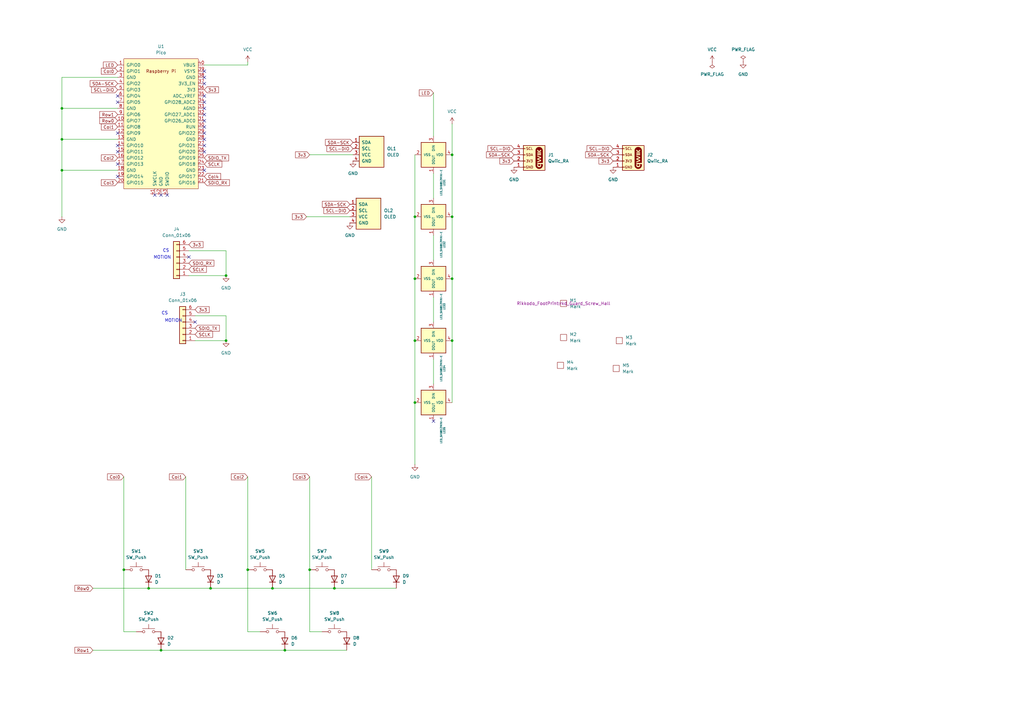
<source format=kicad_sch>
(kicad_sch (version 20250114) (generator "eeschema") (generator_version "9.0")
  (paper "A3")
  (lib_symbols
    (symbol "BrownSugar_KBD:Mark" (pin_numbers (hide yes)) (pin_names (offset 0) (hide yes))
      (property "Reference" "M" (at 0 3.81 0))
      (property "Value" "Mark" (at 0 2.54 0))
      (symbol "Mark_0_1"
        (rectangle (start -1.27 1.27) (end 1.27 -1.27))
      )
    )
    (symbol "BrownSugar_KBD:OLED" (pin_names (offset 1.016))
      (property "Reference" "OL" (at 0 7.62 0))
      (property "Value" "OLED" (at 0 -7.62 0))
      (symbol "OLED_0_1"
        (rectangle (start -5.08 6.35) (end 5.08 -6.35) (stroke (width 0.254)) (fill (type background)))
      )
      (symbol "OLED_1_1"
        (pin bidirectional line (at -7.62 3.81 0) (length 2.54) (name "SDA") (number "1"))
        (pin bidirectional line (at -7.62 1.27 0) (length 2.54) (name "SCL") (number "2"))
        (pin power_in line (at -7.62 -1.27 0) (length 2.54) (name "VCC") (number "3"))
        (pin power_in line (at -7.62 -3.81 0) (length 2.54) (name "GND") (number "4"))
      )
    )
    (symbol "Connector_Generic:Conn_01x06" (pin_names (offset 1.016) (hide yes))
      (property "Reference" "J" (at 0 7.62 0))
      (property "Value" "Conn_01x06" (at 0 -10.16 0))
      (symbol "Conn_01x06_1_1"
        (rectangle (start -1.27 6.35) (end 1.27 -8.89) (stroke (width 0.254)) (fill (type background)))
        (rectangle (start -1.27 5.207) (end 0 4.953) (stroke (width 0.1524)))
        (rectangle (start -1.27 2.667) (end 0 2.413) (stroke (width 0.1524)))
        (rectangle (start -1.27 0.127) (end 0 -0.127) (stroke (width 0.1524)))
        (rectangle (start -1.27 -2.413) (end 0 -2.667) (stroke (width 0.1524)))
        (rectangle (start -1.27 -4.953) (end 0 -5.207) (stroke (width 0.1524)))
        (rectangle (start -1.27 -7.493) (end 0 -7.747) (stroke (width 0.1524)))
        (pin passive line (at -5.08 5.08 0) (length 3.81) (name "Pin_1") (number "1"))
        (pin passive line (at -5.08 2.54 0) (length 3.81) (name "Pin_2") (number "2"))
        (pin passive line (at -5.08 0 0) (length 3.81) (name "Pin_3") (number "3"))
        (pin passive line (at -5.08 -2.54 0) (length 3.81) (name "Pin_4") (number "4"))
        (pin passive line (at -5.08 -5.08 0) (length 3.81) (name "Pin_5") (number "5"))
        (pin passive line (at -5.08 -7.62 0) (length 3.81) (name "Pin_6") (number "6"))
      )
    )
    (symbol "Device:D" (pin_numbers (hide yes)) (pin_names (offset 1.016) (hide yes))
      (property "Reference" "D" (at 0 2.54 0))
      (property "Value" "D" (at 0 -2.54 0))
      (symbol "D_0_1"
        (polyline (pts (xy -1.27 1.27) (xy -1.27 -1.27)) (stroke (width 0.254)))
        (polyline (pts (xy 1.27 1.27) (xy 1.27 -1.27) (xy -1.27 0) (xy 1.27 1.27)) (stroke (width 0.254)))
        (polyline (pts (xy 1.27 0) (xy -1.27 0)))
      )
      (symbol "D_1_1"
        (pin passive line (at -3.81 0 0) (length 2.54) (name "K") (number "1"))
        (pin passive line (at 3.81 0 180) (length 2.54) (name "A") (number "2"))
      )
    )
    (symbol "RPi_Pico:Pico" (pin_names (offset 1.016))
      (property "Reference" "U" (at -13.97 27.94 0))
      (property "Value" "Pico" (at 0 19.05 0))
      (symbol "Pico_0_0"
        (text "Raspberry Pi" (at 0 21.59 0) (effects (font (size 1.27 1.27))))
      )
      (symbol "Pico_0_1"
        (rectangle (start -15.24 26.67) (end 15.24 -26.67) (fill (type background)))
      )
      (symbol "Pico_1_1"
        (pin bidirectional line (at -17.78 24.13 0) (length 2.54) (name "GPIO0") (number "1"))
        (pin bidirectional line (at -17.78 21.59 0) (length 2.54) (name "GPIO1") (number "2"))
        (pin power_in line (at -17.78 19.05 0) (length 2.54) (name "GND") (number "3"))
        (pin bidirectional line (at -17.78 16.51 0) (length 2.54) (name "GPIO2") (number "4"))
        (pin bidirectional line (at -17.78 13.97 0) (length 2.54) (name "GPIO3") (number "5"))
        (pin bidirectional line (at -17.78 11.43 0) (length 2.54) (name "GPIO4") (number "6"))
        (pin bidirectional line (at -17.78 8.89 0) (length 2.54) (name "GPIO5") (number "7"))
        (pin power_in line (at -17.78 6.35 0) (length 2.54) (name "GND") (number "8"))
        (pin bidirectional line (at -17.78 3.81 0) (length 2.54) (name "GPIO6") (number "9"))
        (pin bidirectional line (at -17.78 1.27 0) (length 2.54) (name "GPIO7") (number "10"))
        (pin bidirectional line (at -17.78 -1.27 0) (length 2.54) (name "GPIO8") (number "11"))
        (pin bidirectional line (at -17.78 -3.81 0) (length 2.54) (name "GPIO9") (number "12"))
        (pin power_in line (at -17.78 -6.35 0) (length 2.54) (name "GND") (number "13"))
        (pin bidirectional line (at -17.78 -8.89 0) (length 2.54) (name "GPIO10") (number "14"))
        (pin bidirectional line (at -17.78 -11.43 0) (length 2.54) (name "GPIO11") (number "15"))
        (pin bidirectional line (at -17.78 -13.97 0) (length 2.54) (name "GPIO12") (number "16"))
        (pin bidirectional line (at -17.78 -16.51 0) (length 2.54) (name "GPIO13") (number "17"))
        (pin power_in line (at -17.78 -19.05 0) (length 2.54) (name "GND") (number "18"))
        (pin bidirectional line (at -17.78 -21.59 0) (length 2.54) (name "GPIO14") (number "19"))
        (pin bidirectional line (at -17.78 -24.13 0) (length 2.54) (name "GPIO15") (number "20"))
        (pin input line (at -2.54 -29.21 90) (length 2.54) (name "SWCLK") (number "41"))
        (pin power_in line (at 0 -29.21 90) (length 2.54) (name "GND") (number "42"))
        (pin bidirectional line (at 2.54 -29.21 90) (length 2.54) (name "SWDIO") (number "43"))
        (pin unspecified line (at 17.78 24.13 180) (length 2.54) (name "VBUS") (number "40"))
        (pin unspecified line (at 17.78 21.59 180) (length 2.54) (name "VSYS") (number "39"))
        (pin bidirectional line (at 17.78 19.05 180) (length 2.54) (name "GND") (number "38"))
        (pin input line (at 17.78 16.51 180) (length 2.54) (name "3V3_EN") (number "37"))
        (pin unspecified line (at 17.78 13.97 180) (length 2.54) (name "3V3") (number "36"))
        (pin unspecified line (at 17.78 11.43 180) (length 2.54) (name "ADC_VREF") (number "35"))
        (pin bidirectional line (at 17.78 8.89 180) (length 2.54) (name "GPIO28_ADC2") (number "34"))
        (pin power_in line (at 17.78 6.35 180) (length 2.54) (name "AGND") (number "33"))
        (pin bidirectional line (at 17.78 3.81 180) (length 2.54) (name "GPIO27_ADC1") (number "32"))
        (pin bidirectional line (at 17.78 1.27 180) (length 2.54) (name "GPIO26_ADC0") (number "31"))
        (pin input line (at 17.78 -1.27 180) (length 2.54) (name "RUN") (number "30"))
        (pin bidirectional line (at 17.78 -3.81 180) (length 2.54) (name "GPIO22") (number "29"))
        (pin power_in line (at 17.78 -6.35 180) (length 2.54) (name "GND") (number "28"))
        (pin bidirectional line (at 17.78 -8.89 180) (length 2.54) (name "GPIO21") (number "27"))
        (pin bidirectional line (at 17.78 -11.43 180) (length 2.54) (name "GPIO20") (number "26"))
        (pin bidirectional line (at 17.78 -13.97 180) (length 2.54) (name "GPIO19") (number "25"))
        (pin bidirectional line (at 17.78 -16.51 180) (length 2.54) (name "GPIO18") (number "24"))
        (pin power_in line (at 17.78 -19.05 180) (length 2.54) (name "GND") (number "23"))
        (pin bidirectional line (at 17.78 -21.59 180) (length 2.54) (name "GPIO17") (number "22"))
        (pin bidirectional line (at 17.78 -24.13 180) (length 2.54) (name "GPIO16") (number "21"))
      )
    )
    (symbol "Salicylic_kbd:LED_SK6812MINI-E" (pin_names (offset 1.016))
      (property "Reference" "LED" (at 5.08 -10.16 0))
      (property "Value" "LED_SK6812MINI-E" (at 8.89 -8.89 0))
      (symbol "LED_SK6812MINI-E_0_1"
        (rectangle (start -5.08 5.08) (end 5.08 -5.08) (stroke (width 0.254)) (fill (type background)))
      )
      (symbol "LED_SK6812MINI-E_1_1"
        (pin input line (at -7.62 0 0) (length 2.54) (name "DIN") (number "3"))
        (pin power_in line (at 0 7.62 270) (length 2.54) (name "VDD") (number "4"))
        (pin power_in line (at 0 -7.62 90) (length 2.54) (name "VSS") (number "2"))
        (pin output line (at 7.62 0 180) (length 2.54) (name "DOUT") (number "1"))
      )
    )
    (symbol "SparkFun-Connector:Qwiic_Right_Angle" (pin_names (offset 1.016) (hide yes))
      (property "Reference" "J" (at 0 5.08 0))
      (property "Value" "Qwiic_RA" (at 0 -7.62 0))
      (symbol "Qwiic_Right_Angle_0_0"
        (polyline (pts (xy 5.6514 -4.1459) (xy 5.6299 -4.0654) (xy 5.5924 -3.9985) (xy 5.5373 -3.9428) (xy 5.4632 -3.8962) (xy 5.4394 -3.8843) (xy 5.402 -3.8678) (xy 5.3681 -3.8578) (xy 5.3294 -3.8521) (xy 5.2774 -3.8485) (xy 5.2184 -3.8474) (xy 5.1227 -3.8564) (xy 5.0405 -3.8803) (xy 4.9695 -3.9199) (xy 4.9078 -3.9759) (xy 4.8937 -3.9923) (xy 4.8535 -4.0549) (xy 4.8308 -4.124) (xy 4.8237 -4.2048) (xy 4.8239 -4.222) (xy 4.8343 -4.3011) (xy 4.8608 -4.3692) (xy 4.9051 -4.4308) (xy 4.9328 -4.4589) (xy 5.0009 -4.509) (xy 5.0793 -4.5424) (xy 5.1699 -4.5595) (xy 5.2745 -4.5612) (xy 5.3262 -4.5564) (xy 5.4199 -4.5347) (xy 5.4992 -4.4971) (xy 5.5638 -4.444) (xy 5.6131 -4.3757) (xy 5.6467 -4.2926) (xy 5.65 -4.2788) (xy 5.656 -4.2325) (xy 5.6563 -4.1875) (xy 5.6514 -4.1459)) (stroke (width 0.01)) (fill (type outline)))
        (polyline (pts (xy 6.6693 -0.6791) (xy 6.666 1.9332) (xy 6.6418 2.0386) (xy 6.6301 2.0866) (xy 6.5791 2.2527) (xy 6.5141 2.404) (xy 6.4337 2.5432) (xy 6.3364 2.673) (xy 6.2208 2.7959) (xy 6.1699 2.8428) (xy 6.0305 2.9527) (xy 5.8839 3.0422) (xy 5.7295 3.1115) (xy 5.5668 3.1608) (xy 5.3953 3.1902) (xy 5.2146 3.1999) (xy 5.1695 3.1994) (xy 5.0056 3.1868) (xy 4.8507 3.1568) (xy 4.7006 3.1083) (xy 4.5508 3.0404) (xy 4.5104 3.0187) (xy 4.3609 2.9237) (xy 4.2262 2.8129) (xy 4.1067 2.6872) (xy 4.0032 2.5475) (xy 3.9162 2.3947) (xy 3.8466 2.2295) (xy 3.7947 2.0528) (xy 3.7931 2.0453) (xy 3.7912 2.0356) (xy 3.7895 2.0242) (xy 3.7879 2.0106) (xy 3.7864 1.9938) (xy 3.785 1.9733) (xy 3.7837 1.9481) (xy 3.7825 1.9176) (xy 3.7815 1.8811) (xy 3.7805 1.8377) (xy 3.7796 1.7868) (xy 3.7789 1.7275) (xy 3.7781 1.6592) (xy 3.7775 1.5811) (xy 3.777 1.4925) (xy 3.7765 1.3925) (xy 3.7761 1.2805) (xy 3.7757 1.1557) (xy 3.7754 1.0174) (xy 3.7751 0.8648) (xy 3.7749 0.6972) (xy 3.7748 0.5138) (xy 3.7746 0.3139) (xy 3.7745 0.0967) (xy 3.7745 -0.1385) (xy 3.7744 -0.3925) (xy 3.7744 -0.666) (xy 3.7744 -0.9597) (xy 3.7744 -1.2744) (xy 3.7744 -4.5147) (xy 3.8041 -4.6318) (xy 3.8237 -4.7026) (xy 3.8837 -4.868) (xy 3.9606 -5.0206) (xy 4.0556 -5.1623) (xy 4.1695 -5.2947) (xy 4.2945 -5.4115) (xy 4.4355 -5.5159) (xy 4.5859 -5.6007) (xy 4.7459 -5.6661) (xy 4.916 -5.7122) (xy 5.0965 -5.7394) (xy 5.2571 -5.7442) (xy 5.4226 -5.7293) (xy 5.5891 -5.6949) (xy 5.7533 -5.6416) (xy 5.8236 -5.6121) (xy 5.9729 -5.5329) (xy 6.1112 -5.4365) (xy 6.237 -5.3244) (xy 6.3494 -5.1984) (xy 6.4469 -5.0601) (xy 6.5284 -4.9112) (xy 6.5926 -4.7532) (xy 6.6384 -4.5879) (xy 6.6645 -4.4168) (xy 6.6652 -4.405) (xy 6.6664 -4.3703) (xy 6.6676 -4.3199) (xy 6.6687 -4.2572) (xy 6.6696 -4.1859) (xy 6.6703 -4.1097) (xy 6.6721 -3.846) (xy 6.2655 -3.846) (xy 5.8589 -3.846) (xy 5.9219 -3.9104) (xy 5.9349 -3.9241) (xy 6.0001 -4.0112) (xy 6.0471 -4.1097) (xy 6.0754 -4.2189) (xy 6.085 -4.338) (xy 6.0781 -4.4509) (xy 6.0523 -4.5755) (xy 6.0066 -4.6941) (xy 5.952 -4.7864) (xy 5.8765 -4.8752) (xy 5.7858 -4.9517) (xy 5.6826 -5.0132) (xy 5.6313 -5.0372) (xy 5.5644 -5.0638) (xy 5.4981 -5.0834) (xy 5.4249 -5.0981) (xy 5.3375 -5.1098) (xy 5.2452 -5.1158) (xy 5.122 -5.1113) (xy 5.0004 -5.0938) (xy 4.8864 -5.0641) (xy 4.7856 -5.0232) (xy 4.6831 -4.9619) (xy 4.5878 -4.8817) (xy 4.5089 -4.7878) (xy 4.4472 -4.6811) (xy 4.4036 -4.5627) (xy 4.4031 -4.5611) (xy 4.3912 -4.4987) (xy 4.3845 -4.4244) (xy 4.3831 -4.3446) (xy 4.3869 -4.2661) (xy 4.3957 -4.1956) (xy 4.4094 -4.1396) (xy 4.4322 -4.082) (xy 4.485 -3.9879) (xy 4.5552 -3.9031) (xy 4.6109 -3.846) (xy 4.5052 -3.846) (xy 4.3996 -3.846) (xy 4.3996 -3.5687) (xy 4.3996 -3.2914) (xy 4.405 -3.2914) (xy 4.405 -3.2023) (xy 4.4021 -2.9296) (xy 4.4018 -2.8964) (xy 4.4015 -2.8076) (xy 4.4023 -2.7393) (xy 4.4041 -2.6908) (xy 4.407 -2.6611) (xy 4.4111 -2.6495) (xy 4.4137 -2.6484) (xy 4.434 -2.6418) (xy 4.4723 -2.6298) (xy 4.5268 -2.6132) (xy 4.5954 -2.5924) (xy 4.6761 -2.5683) (xy 4.767 -2.5412) (xy 4.866 -2.5118) (xy 4.9713 -2.4808) (xy 5.0173 -2.4672) (xy 5.119 -2.4369) (xy 5.2131 -2.4086) (xy 5.2977 -2.3828) (xy 5.3709 -2.3601) (xy 5.4307 -2.3411) (xy 5.4753 -2.3264) (xy 5.5029 -2.3166) (xy 5.5114 -2.3123) (xy 5.505 -2.3098) (xy 5.4796 -2.3016) (xy 5.4371 -2.2885) (xy 5.3794 -2.2711) (xy 5.3088 -2.2502) (xy 5.2275 -2.2264) (xy 5.1375 -2.2002) (xy 5.0411 -2.1724) (xy 4.9851 -2.1562) (xy 4.8864 -2.1278) (xy 4.7926 -2.1007) (xy 4.7062 -2.0757) (xy 4.63 -2.0536) (xy 4.5666 -2.0351) (xy 4.5187 -2.0211) (xy 4.4891 -2.0123) (xy 4.3992 -1.9852) (xy 4.4021 -1.7229) (xy 4.405 -1.4606) (xy 4.5844 -1.4084) (xy 4.6163 -1.3992) (xy 4.7739 -1.3533) (xy 4.9121 -1.3131) (xy 5.0321 -1.278) (xy 5.1352 -1.2478) (xy 5.2224 -1.2221) (xy 5.2951 -1.2004) (xy 5.3545 -1.1824) (xy 5.4018 -1.1676) (xy 5.4382 -1.1558) (xy 5.465 -1.1465) (xy 5.4834 -1.1392) (xy 5.4945 -1.1338) (xy 5.4997 -1.1296) (xy 5.5001 -1.1264) (xy 5.497 -1.1238) (xy 5.4915 -1.1214) (xy 5.4896 -1.1207) (xy 5.4687 -1.114) (xy 5.4296 -1.1019) (xy 5.3743 -1.0851) (xy 5.3049 -1.0643) (xy 5.2237 -1.04) (xy 5.1326 -1.013) (xy 5.0339 -0.9838) (xy 4.9297 -0.9531) (xy 4.3996 -0.7973) (xy 4.3996 -0.533) (xy 4.3997 -0.479) (xy 4.4004 -0.4111) (xy 4.4015 -0.3532) (xy 4.4029 -0.3082) (xy 4.4047 -0.279) (xy 4.4066 -0.2687) (xy 4.409 -0.2694) (xy 4.4284 -0.2761) (xy 4.4661 -0.2895) (xy 4.5204 -0.309) (xy 4.5899 -0.3341) (xy 4.6729 -0.3642) (xy 4.7681 -0.3988) (xy 4.8737 -0.4372) (xy 4.9883 -0.479) (xy 5.1104 -0.5236) (xy 5.2384 -0.5703) (xy 6.0632 -0.872) (xy 6.0632 -0.1926) (xy 5.2314 -0.1926) (xy 4.3996 -0.1926) (xy 4.3996 0.0793) (xy 4.3996 0.3511) (xy 5.2314 0.3511) (xy 6.0632 0.3511) (xy 6.0632 0.4598) (xy 5.2314 0.4598) (xy 4.3996 0.4598) (xy 4.3996 0.7317) (xy 4.3996 1.0035) (xy 5.2314 1.0035) (xy 5.2368 1.0035) (xy 5.2368 1.1177) (xy 5.1465 1.1192) (xy 5.0667 1.1248) (xy 4.9975 1.1357) (xy 4.9332 1.1532) (xy 4.8683 1.1784) (xy 4.7971 1.2126) (xy 4.7662 1.2298) (xy 4.6808 1.2903) (xy 4.6008 1.3651) (xy 4.5314 1.4489) (xy 4.4781 1.5363) (xy 4.4686 1.5557) (xy 4.4306 1.6462) (xy 4.4052 1.7353) (xy 4.3905 1.8304) (xy 4.385 1.9386) (xy 4.3833 2.0745) (xy 4.6089 2.0775) (xy 4.8345 2.0804) (xy 4.8348 1.9959) (xy 4.8368 1.9483) (xy 4.8488 1.8858) (xy 4.8738 1.8316) (xy 4.9144 1.7788) (xy 4.9734 1.7289) (xy 5.0458 1.6921) (xy 5.1277 1.6689) (xy 5.215 1.6593) (xy 5.3038 1.6635) (xy 5.3902 1.6815) (xy 5.4702 1.7136) (xy 5.54 1.7597) (xy 5.5733 1.7923) (xy 5.6073 1.844) (xy 5.628 1.9066) (xy 5.6372 1.9843) (xy 5.6418 2.0804) (xy 5.8607 2.0775) (xy 6.0795 2.0745) (xy 6.0811 1.9712) (xy 6.0811 1.9207) (xy 6.0739 1.8134) (xy 6.0554 1.7157) (xy 6.024 1.6204) (xy 5.9781 1.5204) (xy 5.9341 1.4457) (xy 5.8571 1.3499) (xy 5.7651 1.2695) (xy 5.6591 1.2056) (xy 5.6251 1.1892) (xy 5.5646 1.1627) (xy 5.5097 1.1435) (xy 5.4549 1.1305) (xy 5.3948 1.1226) (xy 5.3239 1.1188) (xy 5.2368 1.1177) (xy 5.2368 1.0035) (xy 6.0632 1.0035) (xy 6.0632 0.7317) (xy 6.0632 0.4598) (xy 6.0632 0.3511) (xy 6.0632 0.0793) (xy 6.0632 -0.1926) (xy 6.0632 -0.872) (xy 6.0632 -1.1439) (xy 6.0632 -1.4158) (xy 5.552 -1.5728) (xy 5.5357 -1.5778) (xy 5.4361 -1.6086) (xy 5.3436 -1.6376) (xy 5.2603 -1.6641) (xy 5.1881 -1.6874) (xy 5.129 -1.707) (xy 5.0848 -1.7222) (xy 5.0575 -1.7324) (xy 5.0491 -1.7369) (xy 5.0493 -1.737) (xy 5.0624 -1.742) (xy 5.094 -1.7527) (xy 5.1423 -1.7684) (xy 5.2051 -1.7886) (xy 5.2803 -1.8124) (xy 5.3659 -1.8394) (xy 5.46 -1.8688) (xy 5.5603 -1.9) (xy 6.0632 -2.0559) (xy 6.063 -2.3284) (xy 6.0628 -2.601) (xy 5.2339 -2.9017) (xy 4.405 -3.2023) (xy 4.405 -3.2914) (xy 5.5361 -3.2914) (xy 6.6725 -3.2914) (xy 6.6693 -0.6791)) (stroke (width 0.01)) (fill (type outline)))
      )
      (symbol "Qwiic_Right_Angle_1_1"
        (rectangle (start -1.27 3.81) (end 7.62 -6.35) (stroke (width 0.254)) (fill (type background)))
        (rectangle (start -1.27 2.667) (end -0.508 2.413) (stroke (width 0.1524)))
        (rectangle (start -1.27 0.127) (end -0.508 -0.127) (stroke (width 0.1524)))
        (rectangle (start -1.27 -2.413) (end -0.508 -2.667) (stroke (width 0.1524)))
        (rectangle (start -1.27 -4.953) (end -0.508 -5.207) (stroke (width 0.1524)))
        (text "SCL" (at 1.27 2.54 0) (effects (font (size 1 1))))
        (text "SDA" (at 1.27 0 0) (effects (font (size 1 1))))
        (text "3V3" (at 1.27 -2.54 0) (effects (font (size 1 1))))
        (text "GND" (at 1.27 -5.08 0) (effects (font (size 1 1))))
        (pin passive line (at -5.08 2.54 0) (length 3.81) (name "Pin_4") (number "4"))
        (pin passive line (at -5.08 0 0) (length 3.81) (name "Pin_3") (number "3"))
        (pin passive line (at -5.08 -2.54 0) (length 3.81) (name "Pin_2") (number "2"))
        (pin passive line (at -5.08 -5.08 0) (length 3.81) (name "Pin_1") (number "1"))
        (pin no_connect line (at 5.08 3.81 270) (length 2.54) (hide yes) (name "NC") (number "NC1"))
        (pin no_connect line (at 6.35 3.81 270) (length 2.54) (hide yes) (name "NC") (number "NC2"))
      )
    )
    (symbol "Switch:SW_Push" (pin_numbers (hide yes)) (pin_names (offset 1.016) (hide yes))
      (property "Reference" "SW" (at 1.27 2.54 0))
      (property "Value" "SW_Push" (at 0 -1.524 0))
      (symbol "SW_Push_0_1"
        (circle (center -2.032 0) (radius 0.508))
        (polyline (pts (xy 0 1.27) (xy 0 3.048)))
        (circle (center 2.032 0) (radius 0.508))
        (polyline (pts (xy 2.54 1.27) (xy -2.54 1.27)))
        (pin passive line (at -5.08 0 0) (length 2.54) (name "1") (number "1"))
        (pin passive line (at 5.08 0 180) (length 2.54) (name "2") (number "2"))
      )
    )
    (symbol "power:GND" (power) (pin_numbers (hide yes)) (pin_names (offset 0) (hide yes))
      (property "Value" "GND" (at 0 -3.81 0))
      (symbol "GND_0_1"
        (polyline (pts (xy 0 0) (xy 0 -1.27) (xy 1.27 -1.27) (xy 0 -2.54) (xy -1.27 -1.27) (xy 0 -1.27)))
      )
      (symbol "GND_1_1"
        (pin power_in line (at 0 0 270) (length 0) (name "~") (number "1"))
      )
    )
    (symbol "power:PWR_FLAG" (power) (pin_numbers (hide yes)) (pin_names (offset 0) (hide yes))
      (property "Value" "PWR_FLAG" (at 0 3.81 0))
      (symbol "PWR_FLAG_0_0"
        (pin power_out line (at 0 0 90) (length 0) (name "~") (number "1"))
      )
      (symbol "PWR_FLAG_0_1"
        (polyline (pts (xy 0 0) (xy 0 1.27) (xy -1.016 1.905) (xy 0 2.54) (xy 1.016 1.905) (xy 0 1.27)))
      )
    )
    (symbol "power:VCC" (power) (pin_numbers (hide yes)) (pin_names (offset 0) (hide yes))
      (property "Value" "VCC" (at 0 3.556 0))
      (symbol "VCC_0_1"
        (polyline (pts (xy -0.762 1.27) (xy 0 2.54)))
        (polyline (pts (xy 0 2.54) (xy 0.762 1.27)))
        (polyline (pts (xy 0 0) (xy 0 2.54)))
      )
      (symbol "VCC_1_1"
        (pin power_in line (at 0 0 90) (length 0) (name "~") (number "1"))
      )
    )
  )
  (text "MOTION" (at 71.12 131.572 0) (effects (font (size 1.27 1.27))))
  (text "CS" (at 67.564 128.524 0) (effects (font (size 1.27 1.27))))
  (text "CS" (at 68.072 102.87 0) (effects (font (size 1.27 1.27))))
  (text "MOTION" (at 66.548 105.664 0) (effects (font (size 1.27 1.27))))
  (junction (at 86.36 241.3))
  (junction (at 111.76 241.3))
  (junction (at 92.71 113.03))
  (junction (at 25.4 57.15))
  (junction (at 185.42 114.3))
  (junction (at 66.04 266.7))
  (junction (at 60.96 241.3))
  (junction (at 185.42 63.5))
  (junction (at 116.84 266.7))
  (junction (at 137.16 241.3))
  (junction (at 92.71 139.7))
  (junction (at 185.42 139.7))
  (junction (at 170.18 88.9))
  (junction (at 127 233.68))
  (junction (at 50.8 233.68))
  (junction (at 170.18 114.3))
  (junction (at 170.18 139.7))
  (junction (at 170.18 165.1))
  (junction (at 185.42 88.9))
  (junction (at 25.4 44.45))
  (junction (at 25.4 69.85))
  (junction (at 101.6 233.68))
  (no_connect (at 83.82 62.23))
  (no_connect (at 83.82 31.75))
  (no_connect (at 83.82 34.29))
  (no_connect (at 77.47 105.41))
  (no_connect (at 83.82 29.21))
  (no_connect (at 48.26 54.61))
  (no_connect (at 80.01 132.08))
  (no_connect (at 83.82 46.99))
  (no_connect (at 66.04 80.01))
  (no_connect (at 83.82 54.61))
  (no_connect (at 83.82 59.69))
  (no_connect (at 48.26 67.31))
  (no_connect (at 83.82 44.45))
  (no_connect (at 83.82 49.53))
  (no_connect (at 48.26 41.91))
  (no_connect (at 68.58 80.01))
  (no_connect (at 48.26 59.69))
  (no_connect (at 63.5 80.01))
  (no_connect (at 48.26 72.39))
  (no_connect (at 48.26 62.23))
  (no_connect (at 83.82 52.07))
  (no_connect (at 83.82 39.37))
  (no_connect (at 48.26 39.37))
  (no_connect (at 177.8 172.72))
  (no_connect (at 83.82 41.91))
  (no_connect (at 83.82 57.15))
  (no_connect (at 83.82 69.85))
  (wire (pts (xy 92.71 102.87) (xy 92.71 113.03)))
  (wire (pts (xy 50.8 195.58) (xy 50.8 233.68)))
  (wire (pts (xy 125.73 88.9) (xy 143.51 88.9)))
  (wire (pts (xy 92.71 113.03) (xy 77.47 113.03)))
  (wire (pts (xy 185.42 139.7) (xy 185.42 114.3)))
  (wire (pts (xy 48.26 31.75) (xy 25.4 31.75)))
  (wire (pts (xy 25.4 69.85) (xy 48.26 69.85)))
  (wire (pts (xy 25.4 31.75) (xy 25.4 44.45)))
  (wire (pts (xy 170.18 165.1) (xy 170.18 190.5)))
  (wire (pts (xy 185.42 165.1) (xy 185.42 139.7)))
  (wire (pts (xy 25.4 57.15) (xy 48.26 57.15)))
  (wire (pts (xy 127 195.58) (xy 127 233.68)))
  (wire (pts (xy 38.1 266.7) (xy 66.04 266.7)))
  (wire (pts (xy 137.16 241.3) (xy 162.56 241.3)))
  (wire (pts (xy 116.84 266.7) (xy 142.24 266.7)))
  (wire (pts (xy 185.42 88.9) (xy 185.42 114.3)))
  (wire (pts (xy 38.1 241.3) (xy 60.96 241.3)))
  (wire (pts (xy 86.36 241.3) (xy 111.76 241.3)))
  (wire (pts (xy 83.82 26.67) (xy 101.6 26.67)))
  (wire (pts (xy 185.42 63.5) (xy 185.42 88.9)))
  (wire (pts (xy 101.6 233.68) (xy 101.6 259.08)))
  (wire (pts (xy 25.4 44.45) (xy 25.4 57.15)))
  (wire (pts (xy 101.6 195.58) (xy 101.6 233.68)))
  (wire (pts (xy 76.2 195.58) (xy 76.2 233.68)))
  (wire (pts (xy 177.8 147.32) (xy 177.8 157.48)))
  (wire (pts (xy 127 233.68) (xy 127 259.08)))
  (wire (pts (xy 92.71 129.54) (xy 80.01 129.54)))
  (wire (pts (xy 170.18 63.5) (xy 170.18 88.9)))
  (wire (pts (xy 25.4 69.85) (xy 25.4 88.9)))
  (wire (pts (xy 177.8 121.92) (xy 177.8 132.08)))
  (wire (pts (xy 60.96 241.3) (xy 86.36 241.3)))
  (wire (pts (xy 185.42 50.8) (xy 185.42 63.5)))
  (wire (pts (xy 80.01 139.7) (xy 92.71 139.7)))
  (wire (pts (xy 170.18 88.9) (xy 170.18 114.3)))
  (wire (pts (xy 50.8 233.68) (xy 50.8 259.08)))
  (wire (pts (xy 101.6 26.67) (xy 101.6 25.4)))
  (wire (pts (xy 101.6 259.08) (xy 106.68 259.08)))
  (wire (pts (xy 152.4 195.58) (xy 152.4 233.68)))
  (wire (pts (xy 25.4 44.45) (xy 48.26 44.45)))
  (wire (pts (xy 127 63.5) (xy 144.78 63.5)))
  (wire (pts (xy 177.8 71.12) (xy 177.8 81.28)))
  (wire (pts (xy 111.76 241.3) (xy 137.16 241.3)))
  (wire (pts (xy 170.18 139.7) (xy 170.18 165.1)))
  (wire (pts (xy 77.47 102.87) (xy 92.71 102.87)))
  (wire (pts (xy 25.4 57.15) (xy 25.4 69.85)))
  (wire (pts (xy 177.8 96.52) (xy 177.8 106.68)))
  (wire (pts (xy 66.04 266.7) (xy 116.84 266.7)))
  (wire (pts (xy 177.8 38.1) (xy 177.8 55.88)))
  (wire (pts (xy 170.18 114.3) (xy 170.18 139.7)))
  (wire (pts (xy 92.71 129.54) (xy 92.71 139.7)))
  (wire (pts (xy 50.8 259.08) (xy 55.88 259.08)))
  (wire (pts (xy 127 259.08) (xy 132.08 259.08)))
  (global_label "SCL-DIO" (shape input) (at 251.46 60.96 180) (property "Intersheetrefs" "${INTERSHEET_REFS}" (effects (hide yes))))
  (global_label "3v3" (shape input) (at 210.82 66.04 180) (property "Intersheetrefs" "${INTERSHEET_REFS}" (effects (hide yes))))
  (global_label "3v3" (shape input) (at 251.46 66.04 180) (property "Intersheetrefs" "${INTERSHEET_REFS}" (effects (hide yes))))
  (global_label "Col2" (shape input) (at 48.26 64.77 180) (property "Intersheetrefs" "${INTERSHEET_REFS}" (effects (hide yes))))
  (global_label "3v3" (shape input) (at 77.47 100.33 0) (property "Intersheetrefs" "${INTERSHEET_REFS}" (effects (hide yes))))
  (global_label "SCL-DIO" (shape input) (at 143.51 86.36 180) (property "Intersheetrefs" "${INTERSHEET_REFS}" (effects (hide yes))))
  (global_label "3v3" (shape input) (at 80.01 127 0) (property "Intersheetrefs" "${INTERSHEET_REFS}" (effects (hide yes))))
  (global_label "Row1" (shape input) (at 38.1 266.7 180) (property "Intersheetrefs" "${INTERSHEET_REFS}" (effects (hide yes))))
  (global_label "Col0" (shape input) (at 50.8 195.58 180) (property "Intersheetrefs" "${INTERSHEET_REFS}" (effects (hide yes))))
  (global_label "Row0" (shape input) (at 38.1 241.3 180) (property "Intersheetrefs" "${INTERSHEET_REFS}" (effects (hide yes))))
  (global_label "SDA-SCK" (shape input) (at 210.82 63.5 180) (property "Intersheetrefs" "${INTERSHEET_REFS}" (effects (hide yes))))
  (global_label "Row1" (shape input) (at 48.26 46.99 180) (property "Intersheetrefs" "${INTERSHEET_REFS}" (effects (hide yes))))
  (global_label "SDA-SCK" (shape input) (at 143.51 83.82 180) (property "Intersheetrefs" "${INTERSHEET_REFS}" (effects (hide yes))))
  (global_label "SDIO_TX" (shape input) (at 83.82 64.77 0) (property "Intersheetrefs" "${INTERSHEET_REFS}" (effects (hide yes))))
  (global_label "Row0" (shape input) (at 48.26 49.53 180) (property "Intersheetrefs" "${INTERSHEET_REFS}" (effects (hide yes))))
  (global_label "SDIO_RX" (shape input) (at 77.47 107.95 0) (property "Intersheetrefs" "${INTERSHEET_REFS}" (effects (hide yes))))
  (global_label "SDIO_RX" (shape input) (at 83.82 74.93 0) (property "Intersheetrefs" "${INTERSHEET_REFS}" (effects (hide yes))))
  (global_label "SDA-SCK" (shape input) (at 251.46 63.5 180) (property "Intersheetrefs" "${INTERSHEET_REFS}" (effects (hide yes))))
  (global_label "Col4" (shape input) (at 152.4 195.58 180) (property "Intersheetrefs" "${INTERSHEET_REFS}" (effects (hide yes))))
  (global_label "Col4" (shape input) (at 83.82 72.39 0) (property "Intersheetrefs" "${INTERSHEET_REFS}" (effects (hide yes))))
  (global_label "Col3" (shape input) (at 127 195.58 180) (property "Intersheetrefs" "${INTERSHEET_REFS}" (effects (hide yes))))
  (global_label "3v3" (shape input) (at 125.73 88.9 180) (property "Intersheetrefs" "${INTERSHEET_REFS}" (effects (hide yes))))
  (global_label "Col1" (shape input) (at 76.2 195.58 180) (property "Intersheetrefs" "${INTERSHEET_REFS}" (effects (hide yes))))
  (global_label "SCL-DIO" (shape input) (at 210.82 60.96 180) (property "Intersheetrefs" "${INTERSHEET_REFS}" (effects (hide yes))))
  (global_label "SDA-SCK" (shape input) (at 48.26 34.29 180) (property "Intersheetrefs" "${INTERSHEET_REFS}" (effects (hide yes))))
  (global_label "3v3" (shape input) (at 83.82 36.83 0) (property "Intersheetrefs" "${INTERSHEET_REFS}" (effects (hide yes))))
  (global_label "SCLK" (shape input) (at 77.47 110.49 0) (property "Intersheetrefs" "${INTERSHEET_REFS}" (effects (hide yes))))
  (global_label "SDA-SCK" (shape input) (at 144.78 58.42 180) (property "Intersheetrefs" "${INTERSHEET_REFS}" (effects (hide yes))))
  (global_label "Col0" (shape input) (at 48.26 29.21 180) (property "Intersheetrefs" "${INTERSHEET_REFS}" (effects (hide yes))))
  (global_label "SDIO_TX" (shape input) (at 80.01 134.62 0) (property "Intersheetrefs" "${INTERSHEET_REFS}" (effects (hide yes))))
  (global_label "Col1" (shape input) (at 48.26 52.07 180) (property "Intersheetrefs" "${INTERSHEET_REFS}" (effects (hide yes))))
  (global_label "Col2" (shape input) (at 101.6 195.58 180) (property "Intersheetrefs" "${INTERSHEET_REFS}" (effects (hide yes))))
  (global_label "SCL-DIO" (shape input) (at 48.26 36.83 180) (property "Intersheetrefs" "${INTERSHEET_REFS}" (effects (hide yes))))
  (global_label "SCLK" (shape input) (at 80.01 137.16 0) (property "Intersheetrefs" "${INTERSHEET_REFS}" (effects (hide yes))))
  (global_label "SCLK" (shape input) (at 83.82 67.31 0) (property "Intersheetrefs" "${INTERSHEET_REFS}" (effects (hide yes))))
  (global_label "LED" (shape input) (at 177.8 38.1 180) (property "Intersheetrefs" "${INTERSHEET_REFS}" (effects (hide yes))))
  (global_label "Col3" (shape input) (at 48.26 74.93 180) (property "Intersheetrefs" "${INTERSHEET_REFS}" (effects (hide yes))))
  (global_label "SCL-DIO" (shape input) (at 144.78 60.96 180) (property "Intersheetrefs" "${INTERSHEET_REFS}" (effects (hide yes))))
  (global_label "LED" (shape input) (at 48.26 26.67 180) (property "Intersheetrefs" "${INTERSHEET_REFS}" (effects (hide yes))))
  (global_label "3v3" (shape input) (at 127 63.5 180) (property "Intersheetrefs" "${INTERSHEET_REFS}" (effects (hide yes))))
  (symbol (lib_id "SparkFun-Connector:Qwiic_Right_Angle") (at 256.54 63.5 0) (unit 1)
    (property "Reference" "J2" (at 265.43 63.4999 0) (effects (justify left)))
    (property "Value" "Qwiic_RA" (at 265.43 66.0399 0) (effects (justify left)))
    (property "Footprint" "SparkFun-Connector:JST_SMD_1.0mm-4_Black" (effects (hide yes)))
    (property "Datasheet" "https://www.jst-mfg.com/product/pdf/eng/eSH.pdf" (effects (hide yes)))
    (property "Description" "4 pin JST 1mm polarized connector for I2C" (effects (hide yes)))
    (property "PROD_ID" "CONN-13694" (effects (hide yes)))
  )
  (symbol (lib_id "Switch:SW_Push") (at 81.28 233.68 0) (mirror y) (unit 1)
    (property "Reference" "SW3" (at 81.28 226.06 0))
    (property "Value" "SW_Push" (at 81.28 228.6 0))
    (property "Footprint" "Rikkodo_FootPrint:rkd_Asm_CherryChocV1V2_Hotswap_2u" (effects (hide yes)))
    (property "Description" "Push button switch, generic, two pins" (effects (hide yes)))
  )
  (symbol (lib_id "power:GND") (at 25.4 88.9 0) (unit 1)
    (property "Reference" "#PWR03" (effects (hide yes)))
    (property "Value" "GND" (at 25.4 93.98 0))
    (property "Description" "Power symbol creates a global label with name \"GND\" , ground" (effects (hide yes)))
  )
  (symbol (lib_id "power:GND") (at 251.46 68.58 0) (unit 1)
    (property "Reference" "#PWR02" (effects (hide yes)))
    (property "Value" "GND" (at 251.46 73.66 0))
    (property "Description" "Power symbol creates a global label with name \"GND\" , ground" (effects (hide yes)))
  )
  (symbol (lib_id "Switch:SW_Push") (at 157.48 233.68 0) (mirror y) (unit 1)
    (property "Reference" "SW9" (at 157.48 226.06 0))
    (property "Value" "SW_Push" (at 157.48 228.6 0))
    (property "Footprint" "Rikkodo_FootPrint:rkd_Asm_CherryChocV1V2_Hotswap_2uW" (effects (hide yes)))
    (property "Description" "Push button switch, generic, two pins" (effects (hide yes)))
  )
  (symbol (lib_id "power:GND") (at 144.78 66.04 0) (unit 1)
    (property "Reference" "#PWR06" (effects (hide yes)))
    (property "Value" "GND" (at 144.78 71.12 0))
    (property "Description" "Power symbol creates a global label with name \"GND\" , ground" (effects (hide yes)))
  )
  (symbol (lib_id "power:PWR_FLAG") (at 292.1 25.4 180) (unit 1)
    (property "Reference" "#FLG01" (effects (hide yes)))
    (property "Value" "PWR_FLAG" (at 292.1 30.48 0))
    (property "Description" "Special symbol for telling ERC where power comes from" (effects (hide yes)))
  )
  (symbol (lib_id "BrownSugar_KBD:Mark") (at 231.14 138.43 0) (unit 1)
    (property "Reference" "M2" (at 233.68 137.1599 0) (effects (justify left)))
    (property "Value" "Mark" (at 233.68 139.6999 0) (effects (justify left)))
    (property "Footprint" "kbd_Hole:m2_Screw_Hole" (effects (hide yes)))
  )
  (symbol (lib_id "Salicylic_kbd:LED_SK6812MINI-E") (at 177.8 63.5 270) (unit 1)
    (property "Reference" "LED1" (at 182.2135 74.93 0) (effects (font (size 0.7366 0.7366))))
    (property "Value" "LED_SK6812MINI-E" (at 180.9435 74.93 0) (effects (font (size 0.7366 0.7366))))
    (property "Footprint" "kbd_Parts:LED_SK6812MINI-E_BL" (effects (hide yes)))
  )
  (symbol (lib_id "BrownSugar_KBD:OLED") (at 151.13 87.63 0) (unit 1)
    (property "Reference" "OL2" (at 157.48 86.3599 0) (effects (justify left)))
    (property "Value" "OLED" (at 157.48 88.8999 0) (effects (justify left)))
    (property "Footprint" "kbd_Parts:OLED" (effects (hide yes)))
  )
  (symbol (lib_id "BrownSugar_KBD:Mark") (at 229.87 149.86 0) (unit 1)
    (property "Reference" "M4" (at 232.41 148.5899 0) (effects (justify left)))
    (property "Value" "Mark" (at 232.41 151.1299 0) (effects (justify left)))
    (property "Footprint" "kbd_Hole:m2_Screw_Hole" (effects (hide yes)))
  )
  (symbol (lib_id "power:GND") (at 92.71 113.03 0) (unit 1)
    (property "Reference" "#PWR07" (effects (hide yes)))
    (property "Value" "GND" (at 92.71 118.11 0))
    (property "Description" "Power symbol creates a global label with name \"GND\" , ground" (effects (hide yes)))
  )
  (symbol (lib_id "Connector_Generic:Conn_01x06") (at 72.39 107.95 180) (unit 1)
    (property "Reference" "J4" (at 72.39 93.98 0))
    (property "Value" "Conn_01x06" (at 72.39 96.52 0))
    (property "Footprint" "Connector_FFC-FPC:Hirose_FH12-6S-0.5SH_1x06-1MP_P0.50mm_Horizontal" (effects (hide yes)))
    (property "Description" "Generic connector, single row, 01x06, script generated (kicad-library-utils/schlib/autogen/connector/)" (effects (hide yes)))
  )
  (symbol (lib_id "Device:D") (at 66.04 262.89 90) (unit 1)
    (property "Reference" "D2" (at 68.58 261.6199 90) (effects (justify right)))
    (property "Value" "D" (at 68.58 264.1599 90) (effects (justify right)))
    (property "Footprint" "kbd_Parts:Diode_SMD" (effects (hide yes)))
    (property "Description" "Diode" (effects (hide yes)))
    (property "Sim.Device" "D" (effects (hide yes)))
    (property "Sim.Pins" "1=K 2=A" (effects (hide yes)))
  )
  (symbol (lib_id "Salicylic_kbd:LED_SK6812MINI-E") (at 177.8 139.7 270) (unit 1)
    (property "Reference" "LED4" (at 182.2135 151.13 0) (effects (font (size 0.7366 0.7366))))
    (property "Value" "LED_SK6812MINI-E" (at 180.9435 151.13 0) (effects (font (size 0.7366 0.7366))))
    (property "Footprint" "kbd_Parts:LED_SK6812MINI-E_BL" (effects (hide yes)))
  )
  (symbol (lib_id "Device:D") (at 111.76 237.49 90) (unit 1)
    (property "Reference" "D5" (at 114.3 236.2199 90) (effects (justify right)))
    (property "Value" "D" (at 114.3 238.7599 90) (effects (justify right)))
    (property "Footprint" "kbd_Parts:Diode_SMD" (effects (hide yes)))
    (property "Description" "Diode" (effects (hide yes)))
    (property "Sim.Device" "D" (effects (hide yes)))
    (property "Sim.Pins" "1=K 2=A" (effects (hide yes)))
  )
  (symbol (lib_id "power:VCC") (at 292.1 25.4 0) (unit 1)
    (property "Reference" "#PWR019" (effects (hide yes)))
    (property "Value" "VCC" (at 292.1 20.32 0))
    (property "Description" "Power symbol creates a global label with name \"VCC\"" (effects (hide yes)))
  )
  (symbol (lib_id "power:PWR_FLAG") (at 304.8 25.4 0) (unit 1)
    (property "Reference" "#FLG02" (effects (hide yes)))
    (property "Value" "PWR_FLAG" (at 304.8 20.32 0))
    (property "Description" "Special symbol for telling ERC where power comes from" (effects (hide yes)))
  )
  (symbol (lib_id "BrownSugar_KBD:OLED") (at 152.4 62.23 0) (unit 1)
    (property "Reference" "OL1" (at 158.75 60.9599 0) (effects (justify left)))
    (property "Value" "OLED" (at 158.75 63.4999 0) (effects (justify left)))
    (property "Footprint" "BrownSugar_KBD:OLED_center_display" (effects (hide yes)))
  )
  (symbol (lib_id "Device:D") (at 162.56 237.49 90) (unit 1)
    (property "Reference" "D9" (at 165.1 236.2199 90) (effects (justify right)))
    (property "Value" "D" (at 165.1 238.7599 90) (effects (justify right)))
    (property "Footprint" "kbd_Parts:Diode_SMD" (effects (hide yes)))
    (property "Description" "Diode" (effects (hide yes)))
    (property "Sim.Device" "D" (effects (hide yes)))
    (property "Sim.Pins" "1=K 2=A" (effects (hide yes)))
  )
  (symbol (lib_id "Device:D") (at 116.84 262.89 90) (unit 1)
    (property "Reference" "D6" (at 119.38 261.6199 90) (effects (justify right)))
    (property "Value" "D" (at 119.38 264.1599 90) (effects (justify right)))
    (property "Footprint" "kbd_Parts:Diode_SMD" (effects (hide yes)))
    (property "Description" "Diode" (effects (hide yes)))
    (property "Sim.Device" "D" (effects (hide yes)))
    (property "Sim.Pins" "1=K 2=A" (effects (hide yes)))
  )
  (symbol (lib_id "BrownSugar_KBD:Mark") (at 254 139.7 0) (unit 1)
    (property "Reference" "M3" (at 256.54 138.4299 0) (effects (justify left)))
    (property "Value" "Mark" (at 256.54 140.9699 0) (effects (justify left)))
    (property "Footprint" "kbd_Hole:m2_Screw_Hole" (effects (hide yes)))
  )
  (symbol (lib_id "Device:D") (at 137.16 237.49 90) (unit 1)
    (property "Reference" "D7" (at 139.7 236.2199 90) (effects (justify right)))
    (property "Value" "D" (at 139.7 238.7599 90) (effects (justify right)))
    (property "Footprint" "kbd_Parts:Diode_SMD" (effects (hide yes)))
    (property "Description" "Diode" (effects (hide yes)))
    (property "Sim.Device" "D" (effects (hide yes)))
    (property "Sim.Pins" "1=K 2=A" (effects (hide yes)))
  )
  (symbol (lib_id "SparkFun-Connector:Qwiic_Right_Angle") (at 215.9 63.5 0) (unit 1)
    (property "Reference" "J1" (at 224.79 63.4999 0) (effects (justify left)))
    (property "Value" "Qwiic_RA" (at 224.79 66.0399 0) (effects (justify left)))
    (property "Footprint" "SparkFun-Connector:JST_SMD_1.0mm-4_Black" (effects (hide yes)))
    (property "Datasheet" "https://www.jst-mfg.com/product/pdf/eng/eSH.pdf" (effects (hide yes)))
    (property "Description" "4 pin JST 1mm polarized connector for I2C" (effects (hide yes)))
    (property "PROD_ID" "CONN-13694" (effects (hide yes)))
  )
  (symbol (lib_id "power:GND") (at 210.82 68.58 0) (unit 1)
    (property "Reference" "#PWR01" (effects (hide yes)))
    (property "Value" "GND" (at 210.82 73.66 0))
    (property "Description" "Power symbol creates a global label with name \"GND\" , ground" (effects (hide yes)))
  )
  (symbol (lib_id "Salicylic_kbd:LED_SK6812MINI-E") (at 177.8 165.1 270) (unit 1)
    (property "Reference" "LED5" (at 182.2135 176.53 0) (effects (font (size 0.7366 0.7366))))
    (property "Value" "LED_SK6812MINI-E" (at 180.9435 176.53 0) (effects (font (size 0.7366 0.7366))))
    (property "Footprint" "kbd_Parts:LED_SK6812MINI-E_BL" (effects (hide yes)))
  )
  (symbol (lib_id "power:GND") (at 304.8 25.4 0) (unit 1)
    (property "Reference" "#PWR020" (effects (hide yes)))
    (property "Value" "GND" (at 304.8 30.48 0))
    (property "Description" "Power symbol creates a global label with name \"GND\" , ground" (effects (hide yes)))
  )
  (symbol (lib_id "Device:D") (at 86.36 237.49 90) (unit 1)
    (property "Reference" "D3" (at 88.9 236.2199 90) (effects (justify right)))
    (property "Value" "D" (at 88.9 238.7599 90) (effects (justify right)))
    (property "Footprint" "kbd_Parts:Diode_SMD" (effects (hide yes)))
    (property "Description" "Diode" (effects (hide yes)))
    (property "Sim.Device" "D" (effects (hide yes)))
    (property "Sim.Pins" "1=K 2=A" (effects (hide yes)))
  )
  (symbol (lib_id "Connector_Generic:Conn_01x06") (at 74.93 134.62 180) (unit 1)
    (property "Reference" "J3" (at 74.93 120.65 0))
    (property "Value" "Conn_01x06" (at 74.93 123.19 0))
    (property "Footprint" "Connector_FFC-FPC:Hirose_FH12-6S-0.5SH_1x06-1MP_P0.50mm_Horizontal" (effects (hide yes)))
    (property "Description" "Generic connector, single row, 01x06, script generated (kicad-library-utils/schlib/autogen/connector/)" (effects (hide yes)))
  )
  (symbol (lib_id "Device:D") (at 60.96 237.49 90) (unit 1)
    (property "Reference" "D1" (at 63.5 236.2199 90) (effects (justify right)))
    (property "Value" "D" (at 63.5 238.7599 90) (effects (justify right)))
    (property "Footprint" "kbd_Parts:Diode_SMD" (effects (hide yes)))
    (property "Description" "Diode" (effects (hide yes)))
    (property "Sim.Device" "D" (effects (hide yes)))
    (property "Sim.Pins" "1=K 2=A" (effects (hide yes)))
  )
  (symbol (lib_id "power:GND") (at 92.71 139.7 0) (unit 1)
    (property "Reference" "#PWR05" (effects (hide yes)))
    (property "Value" "GND" (at 92.71 144.78 0))
    (property "Description" "Power symbol creates a global label with name \"GND\" , ground" (effects (hide yes)))
  )
  (symbol (lib_id "RPi_Pico:Pico") (at 66.04 50.8 0) (unit 1)
    (property "Reference" "U1" (at 66.04 19.05 0))
    (property "Value" "Pico" (at 66.04 21.59 0))
    (property "Footprint" "Rikkodo_FootPrint:rkd_RPi_Pico_TH" (effects (hide yes)))
  )
  (symbol (lib_id "power:VCC") (at 101.6 25.4 0) (unit 1)
    (property "Reference" "#PWR04" (effects (hide yes)))
    (property "Value" "VCC" (at 101.6 20.32 0))
    (property "Description" "Power symbol creates a global label with name \"VCC\"" (effects (hide yes)))
  )
  (symbol (lib_id "Device:D") (at 142.24 262.89 90) (unit 1)
    (property "Reference" "D8" (at 144.78 261.6199 90) (effects (justify right)))
    (property "Value" "D" (at 144.78 264.1599 90) (effects (justify right)))
    (property "Footprint" "kbd_Parts:Diode_SMD" (effects (hide yes)))
    (property "Description" "Diode" (effects (hide yes)))
    (property "Sim.Device" "D" (effects (hide yes)))
    (property "Sim.Pins" "1=K 2=A" (effects (hide yes)))
  )
  (symbol (lib_id "Switch:SW_Push") (at 106.68 233.68 0) (mirror y) (unit 1)
    (property "Reference" "SW5" (at 106.68 226.06 0))
    (property "Value" "SW_Push" (at 106.68 228.6 0))
    (property "Footprint" "Rikkodo_FootPrint:rkd_Asm_CherryChocV1V2_Hotswap_2u" (effects (hide yes)))
    (property "Description" "Push button switch, generic, two pins" (effects (hide yes)))
  )
  (symbol (lib_id "Switch:SW_Push") (at 132.08 233.68 0) (mirror y) (unit 1)
    (property "Reference" "SW7" (at 132.08 226.06 0))
    (property "Value" "SW_Push" (at 132.08 228.6 0))
    (property "Footprint" "Rikkodo_FootPrint:rkd_Asm_CherryChocV1V2_Hotswap_2u" (effects (hide yes)))
    (property "Description" "Push button switch, generic, two pins" (effects (hide yes)))
  )
  (symbol (lib_id "Switch:SW_Push") (at 137.16 259.08 0) (mirror y) (unit 1)
    (property "Reference" "SW8" (at 137.16 251.46 0))
    (property "Value" "SW_Push" (at 137.16 254 0))
    (property "Footprint" "Rikkodo_FootPrint:rkd_Asm_CherryChocV1V2_Hotswap_2u" (effects (hide yes)))
    (property "Description" "Push button switch, generic, two pins" (effects (hide yes)))
  )
  (symbol (lib_id "power:GND") (at 143.51 91.44 0) (unit 1)
    (property "Reference" "#PWR010" (effects (hide yes)))
    (property "Value" "GND" (at 143.51 96.52 0))
    (property "Description" "Power symbol creates a global label with name \"GND\" , ground" (effects (hide yes)))
  )
  (symbol (lib_id "Salicylic_kbd:LED_SK6812MINI-E") (at 177.8 88.9 270) (unit 1)
    (property "Reference" "LED2" (at 182.2135 100.33 0) (effects (font (size 0.7366 0.7366))))
    (property "Value" "LED_SK6812MINI-E" (at 180.9435 100.33 0) (effects (font (size 0.7366 0.7366))))
    (property "Footprint" "kbd_Parts:LED_SK6812MINI-E_BL" (effects (hide yes)))
  )
  (symbol (lib_id "power:GND") (at 170.18 190.5 0) (unit 1)
    (property "Reference" "#PWR012" (effects (hide yes)))
    (property "Value" "GND" (at 170.18 195.58 0))
    (property "Description" "Power symbol creates a global label with name \"GND\" , ground" (effects (hide yes)))
  )
  (symbol (lib_id "Switch:SW_Push") (at 111.76 259.08 0) (mirror y) (unit 1)
    (property "Reference" "SW6" (at 111.76 251.46 0))
    (property "Value" "SW_Push" (at 111.76 254 0))
    (property "Footprint" "Rikkodo_FootPrint:rkd_Asm_CherryChocV1V2_Hotswap_1u" (effects (hide yes)))
    (property "Description" "Push button switch, generic, two pins" (effects (hide yes)))
  )
  (symbol (lib_id "Salicylic_kbd:LED_SK6812MINI-E") (at 177.8 114.3 270) (unit 1)
    (property "Reference" "LED3" (at 182.2135 125.73 0) (effects (font (size 0.7366 0.7366))))
    (property "Value" "LED_SK6812MINI-E" (at 180.9435 125.73 0) (effects (font (size 0.7366 0.7366))))
    (property "Footprint" "kbd_Parts:LED_SK6812MINI-E_BL" (effects (hide yes)))
  )
  (symbol (lib_id "BrownSugar_KBD:Mark") (at 252.73 151.13 0) (unit 1)
    (property "Reference" "M5" (at 255.27 149.8599 0) (effects (justify left)))
    (property "Value" "Mark" (at 255.27 152.3999 0) (effects (justify left)))
    (property "Footprint" "kbd_Hole:m2_Screw_Hole" (effects (hide yes)))
  )
  (symbol (lib_id "Switch:SW_Push") (at 60.96 259.08 0) (mirror y) (unit 1)
    (property "Reference" "SW2" (at 60.96 251.46 0))
    (property "Value" "SW_Push" (at 60.96 254 0))
    (property "Footprint" "Rikkodo_FootPrint:rkd_Asm_CherryChocV1V2byV1_Hotswap_2u" (effects (hide yes)))
    (property "Description" "Push button switch, generic, two pins" (effects (hide yes)))
  )
  (symbol (lib_id "power:VCC") (at 185.42 50.8 0) (unit 1)
    (property "Reference" "#PWR011" (effects (hide yes)))
    (property "Value" "VCC" (at 185.42 45.72 0))
    (property "Description" "Power symbol creates a global label with name \"VCC\"" (effects (hide yes)))
  )
  (symbol (lib_id "Switch:SW_Push") (at 55.88 233.68 0) (mirror y) (unit 1)
    (property "Reference" "SW1" (at 55.88 226.06 0))
    (property "Value" "SW_Push" (at 55.88 228.6 0))
    (property "Footprint" "Rikkodo_FootPrint:rkd_Asm_CherryChocV1V2_Hotswap_2u" (effects (hide yes)))
    (property "Description" "Push button switch, generic, two pins" (effects (hide yes)))
  )
  (symbol (lib_id "BrownSugar_KBD:Mark") (at 231.14 124.46 0) (unit 1)
    (property "Reference" "M1" (at 233.68 123.1899 0) (effects (justify left)))
    (property "Value" "Mark" (at 233.68 125.7299 0) (effects (justify left)))
    (property "Footprint" "Rikkodo_FootPrint:rkd_Guard_Screw_Hall" (at 231.14 124.46 0))
  )
)
</source>
